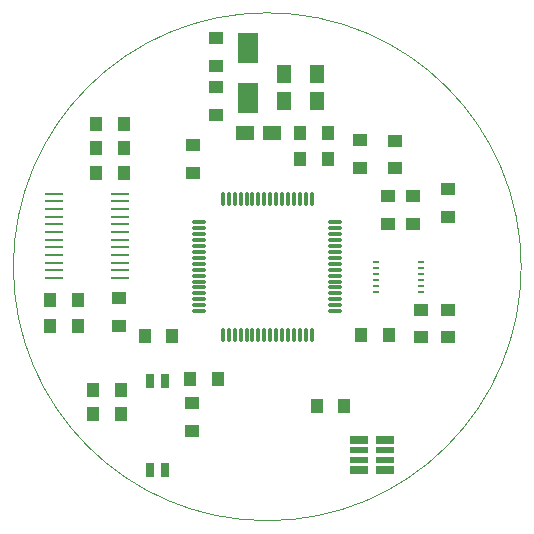
<source format=gbr>
*
*
G04 PADS 9.3 Build Number: 433611 generated Gerber (RS-274-X) file*
G04 PC Version=2.1*
*
%IN "LDC_HW_REV002_Simple2.p"*%
*
%MOIN*%
*
%FSLAX35Y35*%
*
*
*
*
G04 PC Standard Apertures*
*
*
G04 Thermal Relief Aperture macro.*
%AMTER*
1,1,$1,0,0*
1,0,$1-$2,0,0*
21,0,$3,$4,0,0,45*
21,0,$3,$4,0,0,135*
%
*
*
G04 Annular Aperture macro.*
%AMANN*
1,1,$1,0,0*
1,0,$2,0,0*
%
*
*
G04 Odd Aperture macro.*
%AMODD*
1,1,$1,0,0*
1,0,$1-0.005,0,0*
%
*
*
G04 PC Custom Aperture Macros*
*
*
*
*
*
*
G04 PC Aperture Table*
*
%ADD010C,0.001*%
%ADD014R,0.05X0.06*%
%ADD015R,0.0689X0.10433*%
%ADD016O,0.01181X0.04724*%
%ADD017O,0.012X0.048*%
%ADD018O,0.048X0.012*%
%ADD019R,0.05118X0.04134*%
%ADD022R,0.06102X0.00984*%
%ADD024R,0.06X0.05*%
%ADD025R,0.04134X0.05118*%
%ADD026R,0.02362X0.00984*%
%ADD028R,0.02992X0.05*%
%ADD029R,0.059X0.026*%
%ADD030R,0.059X0.02*%
%ADD038C,0.00394*%
*
*
*
*
G04 PC Circuitry*
G04 Layer Name LDC_HW_REV002_Simple2.p - circuitry*
%LPD*%
*
*
G04 PC Custom Flashes*
G04 Layer Name LDC_HW_REV002_Simple2.p - flashes*
%LPD*%
*
*
G04 PC Circuitry*
G04 Layer Name LDC_HW_REV002_Simple2.p - circuitry*
%LPD*%
*
G54D10*
G54D14*
G01X399213Y458043D03*
Y449043D03*
X410236Y458043D03*
Y449043D03*
G54D15*
X387402Y449803D03*
Y466732D03*
G54D16*
X408465Y416339D03*
Y371063D03*
G54D17*
X406496Y416339D03*
X404528D03*
X402559D03*
X400591D03*
X398622D03*
X396654D03*
X394685D03*
X392717D03*
X390748D03*
X388780D03*
X386811D03*
X384843D03*
X382874D03*
X380906D03*
X378937D03*
Y371063D03*
X380906D03*
X382874D03*
X384843D03*
X386811D03*
X388780D03*
X390748D03*
X392717D03*
X394685D03*
X396654D03*
X398622D03*
X400591D03*
X402559D03*
X404528D03*
X406496D03*
G54D18*
X371063Y408465D03*
Y406496D03*
Y404528D03*
Y402559D03*
Y400591D03*
Y398622D03*
Y396654D03*
Y394685D03*
Y392717D03*
Y390748D03*
Y388780D03*
Y386811D03*
Y384843D03*
Y382874D03*
Y380906D03*
Y378937D03*
X416339D03*
Y380906D03*
Y382874D03*
Y384843D03*
Y386811D03*
Y388780D03*
Y390748D03*
Y392717D03*
Y394685D03*
Y396654D03*
Y398622D03*
Y400591D03*
Y402559D03*
Y404528D03*
Y406496D03*
Y408465D03*
G54D19*
X376575Y460531D03*
Y469783D03*
Y453642D03*
Y444390D03*
X444882Y370177D03*
Y379429D03*
X453937D03*
Y370177D03*
Y410335D03*
Y419587D03*
X442323Y407972D03*
Y417224D03*
X433858Y407972D03*
Y417224D03*
X424606Y435925D03*
Y426673D03*
X369094Y425098D03*
Y434350D03*
X368701Y339075D03*
Y348327D03*
X436417Y426476D03*
Y435728D03*
X344291Y383169D03*
Y373917D03*
G54D22*
X344685Y389961D03*
Y392520D03*
Y395079D03*
Y397638D03*
Y400197D03*
Y402756D03*
Y405315D03*
Y407874D03*
Y410433D03*
Y412992D03*
Y415551D03*
Y418110D03*
X322638D03*
Y415551D03*
Y412992D03*
Y410433D03*
Y407874D03*
Y405315D03*
Y402756D03*
Y400197D03*
Y397638D03*
Y395079D03*
Y392520D03*
Y389961D03*
G54D24*
X386445Y438386D03*
X395445D03*
G54D25*
X413878D03*
X404626D03*
X377264Y356299D03*
X368012D03*
X404626Y429724D03*
X413878D03*
X344783Y352559D03*
X335531D03*
X344783Y344488D03*
X335531D03*
X434350Y371063D03*
X425098D03*
X410138Y347441D03*
X419390D03*
X362106Y370669D03*
X352854D03*
X345965Y441339D03*
X336713D03*
X345965Y425000D03*
X336713D03*
X345965Y433268D03*
X336713D03*
X330610Y374016D03*
X321358D03*
X330610Y382677D03*
X321358D03*
G54D26*
X429921Y395276D03*
Y393307D03*
Y391339D03*
Y389370D03*
Y387402D03*
Y385433D03*
X444882D03*
Y387402D03*
Y389370D03*
Y391339D03*
Y393307D03*
Y395276D03*
G54D28*
X354528Y355709D03*
Y325787D03*
X359528Y355709D03*
Y325787D03*
G54D29*
X424243Y336026D03*
Y325786D03*
X432843D03*
Y336026D03*
G54D30*
X424243Y332476D03*
Y329336D03*
X432843D03*
Y332476D03*
G54D38*
X478346Y393701D02*
G75*
G03X478346I-84645J0D01*
G74*
G01X0Y0D02*
M02*

</source>
